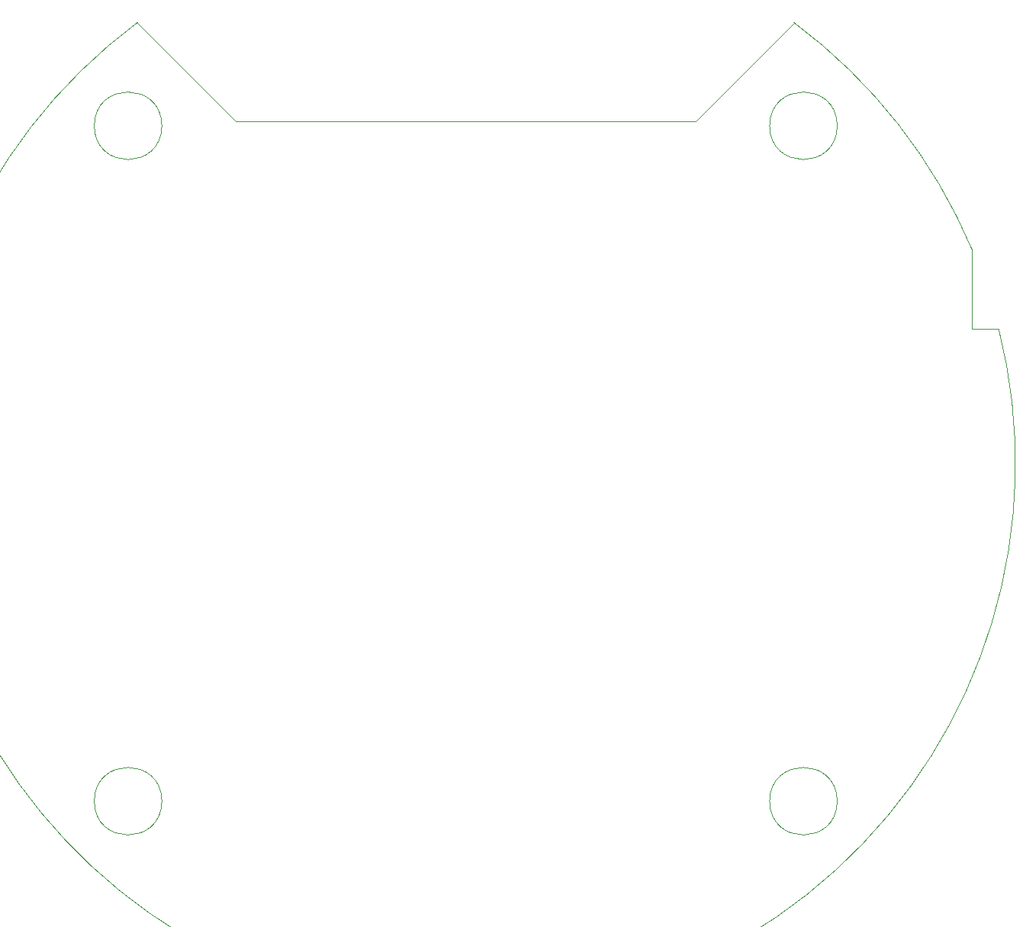
<source format=gbr>
%TF.GenerationSoftware,KiCad,Pcbnew,7.0.2-0*%
%TF.CreationDate,2023-08-15T10:21:39+08:00*%
%TF.ProjectId,H160_board,48313630-5f62-46f6-9172-642e6b696361,rev?*%
%TF.SameCoordinates,Original*%
%TF.FileFunction,Profile,NP*%
%FSLAX46Y46*%
G04 Gerber Fmt 4.6, Leading zero omitted, Abs format (unit mm)*
G04 Created by KiCad (PCBNEW 7.0.2-0) date 2023-08-15 10:21:39*
%MOMM*%
%LPD*%
G01*
G04 APERTURE LIST*
%TA.AperFunction,Profile*%
%ADD10C,0.100000*%
%TD*%
G04 APERTURE END LIST*
D10*
X156199999Y-76275000D02*
G75*
G03*
X136426869Y-51067407I-56199999J-23725000D01*
G01*
X141227000Y-62523000D02*
G75*
G03*
X141227000Y-62523000I-3750000J0D01*
G01*
X156200000Y-76275000D02*
X156200000Y-85050000D01*
X66273000Y-62523000D02*
G75*
G03*
X66273000Y-62523000I-3750000J0D01*
G01*
X156200000Y-85050000D02*
X159150000Y-85050000D01*
X74500000Y-62000000D02*
X63571628Y-51071544D01*
X141227000Y-137477000D02*
G75*
G03*
X141227000Y-137477000I-3750000J0D01*
G01*
X74500000Y-62000000D02*
X125500000Y-62000000D01*
X63565732Y-51063622D02*
G75*
G03*
X159150000Y-85050000I36434268J-48936378D01*
G01*
X66273000Y-137477000D02*
G75*
G03*
X66273000Y-137477000I-3750000J0D01*
G01*
X125500000Y-62000000D02*
X136425422Y-51069347D01*
M02*

</source>
